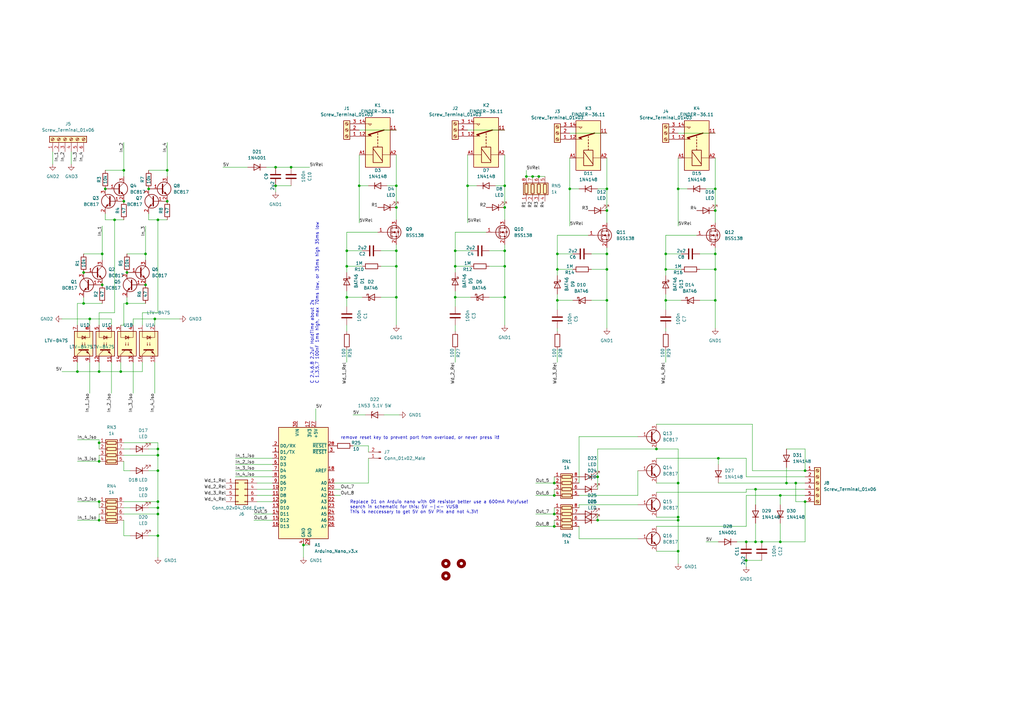
<source format=kicad_sch>
(kicad_sch (version 20211123) (generator eeschema)
  (paper "A3")
  (junction (at 309.88 222.25))
  (junction (at 293.37 110.49))
  (junction (at 278.13 77.47))
  (junction (at 207.01 109.22))
  (junction (at 207.01 102.87))
  (junction (at 46.99 90.17))
  (junction (at 50.8 82.55))
  (junction (at 49.53 152.4))
  (junction (at 64.77 219.71))
  (junction (at 43.18 77.47))
  (junction (at 142.24 102.87))
  (junction (at 228.6 110.49))
  (junction (at 330.2 205.74))
  (junction (at 293.37 77.47))
  (junction (at 64.77 205.74))
  (junction (at 218.44 72.39))
  (junction (at 215.9 72.39))
  (junction (at 31.75 152.4))
  (junction (at 68.58 69.85))
  (junction (at 306.07 229.87))
  (junction (at 147.32 76.2))
  (junction (at 64.77 90.17))
  (junction (at 227.33 210.82))
  (junction (at 64.77 186.69))
  (junction (at 64.77 193.04))
  (junction (at 306.07 222.25))
  (junction (at 228.6 104.14))
  (junction (at 248.92 110.49))
  (junction (at 227.33 215.9))
  (junction (at 40.64 189.23))
  (junction (at 50.8 69.85))
  (junction (at 41.91 116.84))
  (junction (at 64.77 210.82))
  (junction (at 273.05 104.14))
  (junction (at 162.56 102.87))
  (junction (at 293.37 86.36))
  (junction (at 142.24 121.92))
  (junction (at 278.13 212.09))
  (junction (at 34.29 111.76))
  (junction (at 119.38 68.58))
  (junction (at 220.98 72.39))
  (junction (at 113.03 76.2))
  (junction (at 248.92 123.19))
  (junction (at 59.69 104.14))
  (junction (at 320.04 222.25))
  (junction (at 320.04 203.2))
  (junction (at 162.56 109.22))
  (junction (at 191.77 76.2))
  (junction (at 60.96 77.47))
  (junction (at 273.05 110.49))
  (junction (at 233.68 77.47))
  (junction (at 245.11 195.58))
  (junction (at 64.77 208.28))
  (junction (at 124.46 223.52))
  (junction (at 186.69 102.87))
  (junction (at 186.69 121.92))
  (junction (at 322.58 198.12))
  (junction (at 40.64 213.36))
  (junction (at 162.56 76.2))
  (junction (at 40.64 152.4))
  (junction (at 326.39 198.12))
  (junction (at 142.24 109.22))
  (junction (at 278.13 213.36))
  (junction (at 269.24 184.15))
  (junction (at 68.58 82.55))
  (junction (at 207.01 85.09))
  (junction (at 52.07 111.76))
  (junction (at 186.69 109.22))
  (junction (at 330.2 193.04))
  (junction (at 113.03 68.58))
  (junction (at 248.92 77.47))
  (junction (at 248.92 86.36))
  (junction (at 36.83 130.81))
  (junction (at 207.01 121.92))
  (junction (at 63.5 130.81))
  (junction (at 59.69 116.84))
  (junction (at 52.07 124.46))
  (junction (at 40.64 205.74))
  (junction (at 64.77 184.15))
  (junction (at 312.42 222.25))
  (junction (at 227.33 203.2))
  (junction (at 273.05 123.19))
  (junction (at 41.91 104.14))
  (junction (at 228.6 123.19))
  (junction (at 245.11 213.36))
  (junction (at 34.29 124.46))
  (junction (at 293.37 123.19))
  (junction (at 293.37 104.14))
  (junction (at 207.01 76.2))
  (junction (at 227.33 198.12))
  (junction (at 309.88 200.66))
  (junction (at 294.64 187.96))
  (junction (at 162.56 85.09))
  (junction (at 248.92 104.14))
  (junction (at 40.64 181.61))
  (junction (at 162.56 121.92))
  (junction (at 278.13 226.06))
  (junction (at 278.13 198.12))
  (wire (pts (xy 46.99 128.27) (xy 46.99 90.17)))
  (wire (pts (xy 273.05 148.59) (xy 273.05 143.51)))
  (wire (pts (xy 269.24 212.09) (xy 278.13 212.09)))
  (wire (pts (xy 52.07 104.14) (xy 59.69 104.14)))
  (wire (pts (xy 306.07 203.2) (xy 320.04 203.2)))
  (wire (pts (xy 105.41 198.12) (xy 111.76 198.12)))
  (wire (pts (xy 294.64 187.96) (xy 306.07 187.96)))
  (wire (pts (xy 273.05 110.49) (xy 273.05 113.03)))
  (wire (pts (xy 207.01 76.2) (xy 207.01 85.09)))
  (wire (pts (xy 269.24 198.12) (xy 278.13 198.12)))
  (wire (pts (xy 162.56 100.33) (xy 162.56 102.87)))
  (wire (pts (xy 34.29 121.92) (xy 34.29 124.46)))
  (wire (pts (xy 64.77 184.15) (xy 64.77 181.61)))
  (wire (pts (xy 228.6 120.65) (xy 228.6 123.19)))
  (wire (pts (xy 50.8 181.61) (xy 64.77 181.61)))
  (wire (pts (xy 269.24 215.9) (xy 306.07 215.9)))
  (wire (pts (xy 31.75 180.34) (xy 40.64 180.34)))
  (wire (pts (xy 233.68 54.61) (xy 248.92 54.61)))
  (wire (pts (xy 49.53 133.35) (xy 50.8 133.35)))
  (wire (pts (xy 293.37 104.14) (xy 293.37 110.49)))
  (wire (pts (xy 294.64 198.12) (xy 322.58 198.12)))
  (wire (pts (xy 53.34 193.04) (xy 50.8 193.04)))
  (wire (pts (xy 50.8 208.28) (xy 53.34 208.28)))
  (wire (pts (xy 186.69 95.25) (xy 186.69 102.87)))
  (wire (pts (xy 31.75 124.46) (xy 34.29 124.46)))
  (wire (pts (xy 241.3 96.52) (xy 228.6 96.52)))
  (wire (pts (xy 186.69 135.89) (xy 186.69 133.35)))
  (wire (pts (xy 248.92 86.36) (xy 248.92 91.44)))
  (wire (pts (xy 193.04 109.22) (xy 186.69 109.22)))
  (wire (pts (xy 306.07 229.87) (xy 312.42 229.87)))
  (wire (pts (xy 137.16 198.12) (xy 151.13 198.12)))
  (wire (pts (xy 237.49 215.9) (xy 237.49 220.98)))
  (wire (pts (xy 287.02 110.49) (xy 293.37 110.49)))
  (wire (pts (xy 147.32 63.5) (xy 147.32 76.2)))
  (wire (pts (xy 50.8 219.71) (xy 53.34 219.71)))
  (wire (pts (xy 31.75 189.23) (xy 40.64 189.23)))
  (wire (pts (xy 109.22 68.58) (xy 113.03 68.58)))
  (wire (pts (xy 308.61 193.04) (xy 330.2 193.04)))
  (wire (pts (xy 144.78 182.88) (xy 151.13 182.88)))
  (wire (pts (xy 50.8 58.42) (xy 50.8 69.85)))
  (wire (pts (xy 309.88 207.01) (xy 309.88 200.66)))
  (wire (pts (xy 113.03 68.58) (xy 119.38 68.58)))
  (wire (pts (xy 207.01 121.92) (xy 207.01 133.35)))
  (wire (pts (xy 228.6 96.52) (xy 228.6 104.14)))
  (wire (pts (xy 186.69 121.92) (xy 186.69 125.73)))
  (wire (pts (xy 245.11 195.58) (xy 245.11 184.15)))
  (wire (pts (xy 191.77 53.34) (xy 207.01 53.34)))
  (wire (pts (xy 96.52 190.5) (xy 111.76 190.5)))
  (wire (pts (xy 148.59 121.92) (xy 142.24 121.92)))
  (wire (pts (xy 228.6 123.19) (xy 228.6 127)))
  (wire (pts (xy 269.24 201.93) (xy 306.07 201.93)))
  (wire (pts (xy 25.4 152.4) (xy 31.75 152.4)))
  (wire (pts (xy 147.32 76.2) (xy 151.13 76.2)))
  (wire (pts (xy 242.57 104.14) (xy 248.92 104.14)))
  (wire (pts (xy 43.18 69.85) (xy 50.8 69.85)))
  (wire (pts (xy 278.13 226.06) (xy 278.13 231.14)))
  (wire (pts (xy 207.01 85.09) (xy 207.01 90.17)))
  (wire (pts (xy 50.8 133.35) (xy 50.8 124.46)))
  (wire (pts (xy 306.07 201.93) (xy 306.07 200.66)))
  (wire (pts (xy 237.49 179.07) (xy 261.62 179.07)))
  (wire (pts (xy 237.49 220.98) (xy 261.62 220.98)))
  (wire (pts (xy 191.77 76.2) (xy 195.58 76.2)))
  (wire (pts (xy 326.39 198.12) (xy 326.39 205.74)))
  (wire (pts (xy 293.37 101.6) (xy 293.37 104.14)))
  (wire (pts (xy 129.54 167.64) (xy 129.54 172.72)))
  (wire (pts (xy 245.11 210.82) (xy 245.11 213.36)))
  (wire (pts (xy 273.05 123.19) (xy 273.05 127)))
  (wire (pts (xy 242.57 123.19) (xy 248.92 123.19)))
  (wire (pts (xy 320.04 203.2) (xy 330.2 203.2)))
  (wire (pts (xy 207.01 63.5) (xy 207.01 76.2)))
  (wire (pts (xy 162.56 63.5) (xy 162.56 76.2)))
  (wire (pts (xy 142.24 109.22) (xy 142.24 111.76)))
  (wire (pts (xy 50.8 213.36) (xy 50.8 219.71)))
  (wire (pts (xy 43.18 87.63) (xy 43.18 90.17)))
  (wire (pts (xy 50.8 205.74) (xy 64.77 205.74)))
  (wire (pts (xy 64.77 219.71) (xy 64.77 228.6)))
  (wire (pts (xy 50.8 69.85) (xy 50.8 72.39)))
  (wire (pts (xy 309.88 200.66) (xy 330.2 200.66)))
  (wire (pts (xy 64.77 128.27) (xy 64.77 90.17)))
  (wire (pts (xy 207.01 102.87) (xy 207.01 109.22)))
  (wire (pts (xy 273.05 104.14) (xy 273.05 110.49)))
  (wire (pts (xy 60.96 208.28) (xy 64.77 208.28)))
  (wire (pts (xy 193.04 121.92) (xy 186.69 121.92)))
  (wire (pts (xy 105.41 203.2) (xy 111.76 203.2)))
  (wire (pts (xy 294.64 187.96) (xy 294.64 190.5)))
  (wire (pts (xy 64.77 193.04) (xy 64.77 186.69)))
  (wire (pts (xy 219.71 198.12) (xy 227.33 198.12)))
  (wire (pts (xy 162.56 121.92) (xy 162.56 133.35)))
  (wire (pts (xy 228.6 104.14) (xy 228.6 110.49)))
  (wire (pts (xy 50.8 124.46) (xy 52.07 124.46)))
  (wire (pts (xy 237.49 179.07) (xy 237.49 198.12)))
  (wire (pts (xy 104.14 210.82) (xy 111.76 210.82)))
  (wire (pts (xy 306.07 187.96) (xy 306.07 195.58)))
  (wire (pts (xy 322.58 184.15) (xy 330.2 184.15)))
  (wire (pts (xy 200.66 121.92) (xy 207.01 121.92)))
  (wire (pts (xy 142.24 119.38) (xy 142.24 121.92)))
  (wire (pts (xy 68.58 69.85) (xy 68.58 72.39)))
  (wire (pts (xy 34.29 104.14) (xy 41.91 104.14)))
  (wire (pts (xy 330.2 198.12) (xy 326.39 198.12)))
  (wire (pts (xy 273.05 120.65) (xy 273.05 123.19)))
  (wire (pts (xy 233.68 64.77) (xy 233.68 77.47)))
  (wire (pts (xy 191.77 76.2) (xy 191.77 91.44)))
  (wire (pts (xy 293.37 64.77) (xy 293.37 77.47)))
  (wire (pts (xy 58.42 152.4) (xy 58.42 148.59)))
  (wire (pts (xy 162.56 109.22) (xy 162.56 121.92)))
  (wire (pts (xy 287.02 123.19) (xy 293.37 123.19)))
  (wire (pts (xy 45.72 148.59) (xy 45.72 161.29)))
  (wire (pts (xy 40.64 152.4) (xy 49.53 152.4)))
  (wire (pts (xy 278.13 213.36) (xy 278.13 226.06)))
  (wire (pts (xy 64.77 90.17) (xy 68.58 90.17)))
  (wire (pts (xy 50.8 193.04) (xy 50.8 189.23)))
  (wire (pts (xy 293.37 86.36) (xy 293.37 91.44)))
  (wire (pts (xy 147.32 53.34) (xy 162.56 53.34)))
  (wire (pts (xy 186.69 119.38) (xy 186.69 121.92)))
  (wire (pts (xy 228.6 110.49) (xy 228.6 113.03)))
  (wire (pts (xy 104.14 213.36) (xy 111.76 213.36)))
  (wire (pts (xy 154.94 95.25) (xy 142.24 95.25)))
  (wire (pts (xy 293.37 77.47) (xy 289.56 77.47)))
  (wire (pts (xy 228.6 148.59) (xy 228.6 143.51)))
  (wire (pts (xy 306.07 222.25) (xy 309.88 222.25)))
  (wire (pts (xy 151.13 182.88) (xy 151.13 185.42)))
  (wire (pts (xy 234.95 110.49) (xy 228.6 110.49)))
  (wire (pts (xy 60.96 193.04) (xy 64.77 193.04)))
  (wire (pts (xy 40.64 148.59) (xy 40.64 152.4)))
  (wire (pts (xy 245.11 184.15) (xy 269.24 184.15)))
  (wire (pts (xy 273.05 96.52) (xy 273.05 104.14)))
  (wire (pts (xy 43.18 90.17) (xy 46.99 90.17)))
  (wire (pts (xy 233.68 77.47) (xy 233.68 92.71)))
  (wire (pts (xy 279.4 123.19) (xy 273.05 123.19)))
  (wire (pts (xy 73.66 130.81) (xy 63.5 130.81)))
  (wire (pts (xy 326.39 205.74) (xy 330.2 205.74)))
  (wire (pts (xy 91.44 68.58) (xy 101.6 68.58)))
  (wire (pts (xy 137.16 200.66) (xy 139.7 200.66)))
  (wire (pts (xy 142.24 95.25) (xy 142.24 102.87)))
  (wire (pts (xy 306.07 229.87) (xy 306.07 232.41)))
  (wire (pts (xy 124.46 223.52) (xy 127 223.52)))
  (wire (pts (xy 40.64 186.69) (xy 40.64 189.23)))
  (wire (pts (xy 248.92 104.14) (xy 248.92 110.49)))
  (wire (pts (xy 60.96 87.63) (xy 60.96 90.17)))
  (wire (pts (xy 60.96 219.71) (xy 64.77 219.71)))
  (wire (pts (xy 162.56 102.87) (xy 162.56 109.22)))
  (wire (pts (xy 261.62 203.2) (xy 261.62 193.04)))
  (wire (pts (xy 227.33 208.28) (xy 227.33 210.82)))
  (wire (pts (xy 157.48 170.18) (xy 163.83 170.18)))
  (wire (pts (xy 59.69 104.14) (xy 59.69 106.68)))
  (wire (pts (xy 207.01 109.22) (xy 207.01 121.92)))
  (wire (pts (xy 96.52 195.58) (xy 111.76 195.58)))
  (wire (pts (xy 278.13 184.15) (xy 278.13 198.12)))
  (wire (pts (xy 60.96 69.85) (xy 68.58 69.85)))
  (wire (pts (xy 273.05 135.89) (xy 273.05 134.62)))
  (wire (pts (xy 41.91 92.71) (xy 41.91 104.14)))
  (wire (pts (xy 96.52 187.96) (xy 111.76 187.96)))
  (wire (pts (xy 142.24 135.89) (xy 142.24 133.35)))
  (wire (pts (xy 142.24 121.92) (xy 142.24 125.73)))
  (wire (pts (xy 148.59 102.87) (xy 142.24 102.87)))
  (wire (pts (xy 322.58 191.77) (xy 322.58 198.12)))
  (wire (pts (xy 50.8 186.69) (xy 64.77 186.69)))
  (wire (pts (xy 261.62 207.01) (xy 237.49 207.01)))
  (wire (pts (xy 248.92 77.47) (xy 248.92 86.36)))
  (wire (pts (xy 156.21 102.87) (xy 162.56 102.87)))
  (wire (pts (xy 287.02 104.14) (xy 293.37 104.14)))
  (wire (pts (xy 49.53 148.59) (xy 49.53 152.4)))
  (wire (pts (xy 113.03 76.2) (xy 113.03 78.74)))
  (wire (pts (xy 59.69 92.71) (xy 59.69 104.14)))
  (wire (pts (xy 50.8 184.15) (xy 53.34 184.15)))
  (wire (pts (xy 269.24 184.15) (xy 278.13 184.15)))
  (wire (pts (xy 63.5 148.59) (xy 63.5 161.29)))
  (wire (pts (xy 162.56 85.09) (xy 162.56 90.17)))
  (wire (pts (xy 31.75 213.36) (xy 40.64 213.36)))
  (wire (pts (xy 40.64 210.82) (xy 40.64 213.36)))
  (wire (pts (xy 186.69 102.87) (xy 186.69 109.22)))
  (wire (pts (xy 147.32 76.2) (xy 147.32 91.44)))
  (wire (pts (xy 64.77 184.15) (xy 64.77 186.69)))
  (wire (pts (xy 302.26 222.25) (xy 306.07 222.25)))
  (wire (pts (xy 36.83 130.81) (xy 25.4 130.81)))
  (wire (pts (xy 186.69 148.59) (xy 186.69 143.51)))
  (wire (pts (xy 293.37 123.19) (xy 293.37 134.62)))
  (wire (pts (xy 248.92 77.47) (xy 245.11 77.47)))
  (wire (pts (xy 156.21 121.92) (xy 162.56 121.92)))
  (wire (pts (xy 207.01 76.2) (xy 203.2 76.2)))
  (wire (pts (xy 220.98 72.39) (xy 223.52 72.39)))
  (wire (pts (xy 279.4 110.49) (xy 273.05 110.49)))
  (wire (pts (xy 64.77 205.74) (xy 64.77 193.04)))
  (wire (pts (xy 31.75 133.35) (xy 31.75 124.46)))
  (wire (pts (xy 142.24 148.59) (xy 142.24 143.51)))
  (wire (pts (xy 40.64 128.27) (xy 46.99 128.27)))
  (wire (pts (xy 41.91 104.14) (xy 41.91 106.68)))
  (wire (pts (xy 237.49 207.01) (xy 237.49 208.28)))
  (wire (pts (xy 278.13 226.06) (xy 269.24 226.06)))
  (wire (pts (xy 68.58 58.42) (xy 68.58 69.85)))
  (wire (pts (xy 278.13 212.09) (xy 278.13 213.36)))
  (wire (pts (xy 245.11 213.36) (xy 278.13 213.36)))
  (wire (pts (xy 96.52 193.04) (xy 111.76 193.04)))
  (wire (pts (xy 52.07 121.92) (xy 52.07 124.46)))
  (wire (pts (xy 269.24 187.96) (xy 294.64 187.96)))
  (wire (pts (xy 63.5 130.81) (xy 63.5 133.35)))
  (wire (pts (xy 278.13 198.12) (xy 278.13 212.09)))
  (wire (pts (xy 233.68 77.47) (xy 237.49 77.47)))
  (wire (pts (xy 278.13 64.77) (xy 278.13 77.47)))
  (wire (pts (xy 219.71 210.82) (xy 227.33 210.82)))
  (wire (pts (xy 242.57 110.49) (xy 248.92 110.49)))
  (wire (pts (xy 227.33 195.58) (xy 227.33 198.12)))
  (wire (pts (xy 269.24 173.99) (xy 308.61 173.99)))
  (wire (pts (xy 322.58 198.12) (xy 326.39 198.12)))
  (wire (pts (xy 64.77 208.28) (xy 64.77 210.82)))
  (wire (pts (xy 248.92 64.77) (xy 248.92 77.47)))
  (wire (pts (xy 137.16 203.2) (xy 139.7 203.2)))
  (wire (pts (xy 156.21 109.22) (xy 162.56 109.22)))
  (wire (pts (xy 31.75 205.74) (xy 40.64 205.74)))
  (wire (pts (xy 219.71 215.9) (xy 227.33 215.9)))
  (wire (pts (xy 306.07 215.9) (xy 306.07 203.2)))
  (wire (pts (xy 162.56 76.2) (xy 162.56 85.09)))
  (wire (pts (xy 45.72 130.81) (xy 45.72 133.35)))
  (wire (pts (xy 54.61 130.81) (xy 54.61 133.35)))
  (wire (pts (xy 119.38 68.58) (xy 127 68.58)))
  (wire (pts (xy 215.9 69.85) (xy 215.9 72.39)))
  (wire (pts (xy 293.37 110.49) (xy 293.37 123.19)))
  (wire (pts (xy 330.2 222.25) (xy 330.2 205.74)))
  (wire (pts (xy 193.04 102.87) (xy 186.69 102.87)))
  (wire (pts (xy 142.24 102.87) (xy 142.24 109.22)))
  (wire (pts (xy 124.46 223.52) (xy 124.46 228.6)))
  (wire (pts (xy 64.77 205.74) (xy 64.77 208.28)))
  (wire (pts (xy 40.64 133.35) (xy 40.64 128.27)))
  (wire (pts (xy 227.33 213.36) (xy 227.33 215.9)))
  (wire (pts (xy 245.11 195.58) (xy 245.11 200.66)))
  (wire (pts (xy 148.59 109.22) (xy 142.24 109.22)))
  (wire (pts (xy 105.41 200.66) (xy 111.76 200.66)))
  (wire (pts (xy 237.49 203.2) (xy 261.62 203.2)))
  (wire (pts (xy 320.04 222.25) (xy 330.2 222.25)))
  (wire (pts (xy 293.37 77.47) (xy 293.37 86.36)))
  (wire (pts (xy 278.13 77.47) (xy 281.94 77.47)))
  (wire (pts (xy 219.71 203.2) (xy 227.33 203.2)))
  (wire (pts (xy 63.5 130.81) (xy 54.61 130.81)))
  (wire (pts (xy 248.92 110.49) (xy 248.92 123.19)))
  (wire (pts (xy 21.59 62.23) (xy 21.59 67.31)))
  (wire (pts (xy 330.2 184.15) (xy 330.2 193.04)))
  (wire (pts (xy 320.04 207.01) (xy 320.04 203.2)))
  (wire (pts (xy 215.9 72.39) (xy 218.44 72.39)))
  (wire (pts (xy 308.61 173.99) (xy 308.61 193.04)))
  (wire (pts (xy 248.92 101.6) (xy 248.92 104.14)))
  (wire (pts (xy 105.41 205.74) (xy 111.76 205.74)))
  (wire (pts (xy 31.75 152.4) (xy 40.64 152.4)))
  (wire (pts (xy 36.83 130.81) (xy 36.83 133.35)))
  (wire (pts (xy 278.13 77.47) (xy 278.13 92.71)))
  (wire (pts (xy 36.83 148.59) (xy 36.83 161.29)))
  (wire (pts (xy 64.77 210.82) (xy 64.77 219.71)))
  (wire (pts (xy 60.96 184.15) (xy 64.77 184.15)))
  (wire (pts (xy 191.77 63.5) (xy 191.77 76.2)))
  (wire (pts (xy 309.88 214.63) (xy 309.88 222.25)))
  (wire (pts (xy 58.42 133.35) (xy 58.42 128.27)))
  (wire (pts (xy 200.66 102.87) (xy 207.01 102.87)))
  (wire (pts (xy 46.99 90.17) (xy 50.8 90.17)))
  (wire (pts (xy 309.88 222.25) (xy 312.42 222.25)))
  (wire (pts (xy 49.53 152.4) (xy 58.42 152.4)))
  (wire (pts (xy 218.44 72.39) (xy 220.98 72.39)))
  (wire (pts (xy 320.04 214.63) (xy 320.04 222.25)))
  (wire (pts (xy 248.92 123.19) (xy 248.92 134.62)))
  (wire (pts (xy 144.78 170.18) (xy 149.86 170.18)))
  (wire (pts (xy 312.42 222.25) (xy 320.04 222.25)))
  (wire (pts (xy 199.39 95.25) (xy 186.69 95.25)))
  (wire (pts (xy 40.64 180.34) (xy 40.64 181.61)))
  (wire (pts (xy 58.42 128.27) (xy 64.77 128.27)))
  (wire (pts (xy 151.13 187.96) (xy 151.13 198.12)))
  (wire (pts (xy 113.03 76.2) (xy 119.38 76.2)))
  (wire (pts (xy 207.01 100.33) (xy 207.01 102.87)))
  (wire (pts (xy 228.6 135.89) (xy 228.6 134.62)))
  (wire (pts (xy 34.29 124.46) (xy 41.91 124.46)))
  (wire (pts (xy 234.95 123.19) (xy 228.6 123.19)))
  (wire (pts (xy 54.61 148.59) (xy 54.61 161.29)))
  (wire (pts (xy 285.75 96.52) (xy 273.05 96.52)))
  (wire (pts (xy 279.4 104.14) (xy 273.05 104.14)))
  (wire (pts (xy 52.07 124.46) (xy 59.69 124.46)))
  (wire (pts (xy 40.64 181.61) (xy 40.64 184.15)))
  (wire (pts (xy 234.95 104.14) (xy 228.6 104.14)))
  (wire (pts (xy 200.66 109.22) (xy 207.01 109.22)))
  (wire (pts (xy 227.33 200.66) (xy 227.33 203.2)))
  (wire (pts (xy 40.64 205.74) (xy 40.64 208.28)))
  (wire (pts (xy 278.13 54.61) (xy 293.37 54.61)))
  (wire (pts (xy 306.07 200.66) (xy 309.88 200.66)))
  (wire (pts (xy 162.56 76.2) (xy 158.75 76.2)))
  (wire (pts (xy 45.72 130.81) (xy 36.83 130.81)))
  (wire (pts (xy 29.21 67.31) (xy 29.21 62.23)))
  (wire (pts (xy 186.69 109.22) (xy 186.69 111.76)))
  (wire (pts (xy 289.56 222.25) (xy 294.64 222.25)))
  (wire (pts (xy 60.96 90.17) (xy 64.77 90.17)))
  (wire (pts (xy 306.07 195.58) (xy 330.2 195.58)))
  (wire (pts (xy 50.8 210.82) (xy 64.77 210.82)))
  (wire (pts (xy 31.75 148.59) (xy 31.75 152.4)))
  (text "C 2,4,6,8 2.2uF HoldTime about 2s\nC 1,3,5,7 100nF 1ms high, max 70ms low, or 35ms high 35ms low" (at 130.81 157.48 90) (effects (font (size 1.27 1.27)) (justify left bottom)))
  (text "Replace D1 on Arduio nano with 0R resistor better use a 600mA Polyfuse!\nsearch in schematic for this: 5V -|<- VUSB\nThis is neccessary to get 5V on 5V Pin and not 4.3V!" (at 143.51 210.82 0) (effects (font (size 1.27 1.27)) (justify left bottom)))
  (text "remove reset key to prevent port from overload, or never press it!" (at 139.7 180.34 0) (effects (font (size 1.27 1.27)) (justify left bottom)))
  (label "R2" (at 218.44 82.55 270))
  (label "In_2_iso" (at 31.75 205.74 0))
  (label "In_4_iso" (at 31.75 180.34 0))
  (label "5V" (at 129.54 167.64 0))
  (label "Out_5" (at 104.14 210.82 0))
  (label "Wd_3_Rel" (at 228.6 148.59 270))
  (label "5VRel" (at 127 68.58 0))
  (label "In_4_iso" (at 96.52 195.58 0))
  (label "Out_8" (at 139.7 203.2 0))
  (label "In_2" (at 26.67 62.23 270))
  (label "In_4" (at 34.29 62.23 270))
  (label "In_1" (at 24.13 62.23 270))
  (label "Out_7" (at 139.7 200.66 0))
  (label "Wd_1_Rel" (at 92.71 198.12 180))
  (label "5VRel" (at 215.9 69.85 0))
  (label "Wd_2_Rel" (at 186.69 148.59 270))
  (label "In_1" (at 41.91 92.71 270))
  (label "5V" (at 289.56 222.25 0))
  (label "In_2_iso" (at 45.72 161.29 270))
  (label "In_1_iso" (at 31.75 213.36 0))
  (label "In_1_iso" (at 36.83 161.29 270))
  (label "R4" (at 285.75 86.36 180))
  (label "In_2" (at 50.8 58.42 270))
  (label "R3" (at 220.98 82.55 270))
  (label "R1" (at 215.9 82.55 270))
  (label "5V" (at 25.4 152.4 180))
  (label "In_3_iso" (at 31.75 189.23 0))
  (label "In_3" (at 31.75 62.23 270))
  (label "5VRel" (at 191.77 91.44 0))
  (label "In_3" (at 59.69 92.71 270))
  (label "5V" (at 144.78 170.18 0))
  (label "Wd_4_Rel" (at 273.05 148.59 270))
  (label "Wd_2_Rel" (at 92.71 200.66 180))
  (label "Out_6" (at 219.71 203.2 0))
  (label "Wd_3_Rel" (at 92.71 203.2 180))
  (label "Out_8" (at 219.71 215.9 0))
  (label "In_2_iso" (at 96.52 190.5 0))
  (label "Out_6" (at 104.14 213.36 0))
  (label "5VRel" (at 147.32 91.44 0))
  (label "Wd_4_Rel" (at 92.71 205.74 180))
  (label "In_1_iso" (at 96.52 187.96 0))
  (label "R3" (at 241.3 86.36 180))
  (label "R1" (at 154.94 85.09 180))
  (label "In_3_iso" (at 54.61 161.29 270))
  (label "R4" (at 223.52 82.55 270))
  (label "Out_5" (at 219.71 198.12 0))
  (label "In_4" (at 68.58 58.42 270))
  (label "In_3_iso" (at 96.52 193.04 0))
  (label "Out_7" (at 219.71 210.82 0))
  (label "5V" (at 91.44 68.58 0))
  (label "R2" (at 199.39 85.09 180))
  (label "In_4_iso" (at 63.5 161.29 270))
  (label "5VRel" (at 233.68 92.71 0))
  (label "5VRel" (at 278.13 92.71 0))
  (label "Wd_1_Rel" (at 142.24 148.59 270))
  (symbol (lib_id "Device:R") (at 140.97 182.88 90) (unit 1)
    (property "Reference" "R25" (at 146.05 181.61 90))
    (property "Value" "10" (at 146.05 184.15 90))
    (property "Footprint" "Resistor_SMD:R_0603_1608Metric" (effects hide))
  )
  (symbol (lib_id "Device:R") (at 59.69 120.65 180) (unit 1)
    (property "Reference" "R6" (at 57.15 120.65 90))
    (property "Value" "47" (at 59.69 120.65 90))
    (property "Footprint" "Resistor_SMD:R_0603_1608Metric" (effects hide))
  )
  (symbol (lib_id "Connector:Screw_Terminal_01x06") (at 26.67 57.15 90) (unit 1)
    (property "Reference" "J5" (at 27.94 50.8 90))
    (property "Value" "Screw_Terminal_01x06" (at 27.94 53.34 90))
    (property "Footprint" "TerminalBlock:TerminalBlock_bornier-6_P5.08mm" (effects hide))
  )
  (symbol (lib_id "power:GND3") (at 29.21 67.31 0) (unit 1)
    (property "Reference" "#PWR07" (effects hide))
    (property "Value" "GND3" (at 26.67 72.39 0) (effects (justify left)))
  )
  (symbol (lib_id "Connector:Conn_01x02_Male") (at 156.21 187.96 180) (unit 1)
    (property "Reference" "J7" (at 157.48 185.4199 0) (effects (justify right)))
    (property "Value" "Conn_01x02_Male" (at 157.48 187.9599 0) (effects (justify right)))
    (property "Footprint" "Connector_PinHeader_2.54mm:PinHeader_1x02_P2.54mm_Vertical" (effects hide))
  )
  (symbol (lib_id "Device:R_Pack04") (at 45.72 186.69 270) (unit 1)
    (property "Reference" "RN3" (at 45.72 175.26 90))
    (property "Value" "1k" (at 45.72 177.8 90))
    (property "Footprint" "Resistor_SMD:R_Array_Convex_4x0612" (effects hide))
  )
  (symbol (lib_id "Transistor_BJT:BC817") (at 45.72 82.55 0) (mirror y) (unit 1)
    (property "Reference" "Q3" (at 40.64 81.2799 0) (effects (justify left)))
    (property "Value" "BC817" (at 40.64 83.8199 0) (effects (justify left)))
    (property "Footprint" "Package_TO_SOT_SMD:SOT-23" (effects hide))
    (property "Datasheet" "https://www.onsemi.com/pub/Collateral/BC818-D.pdf" (effects hide))
  )
  (symbol (lib_id "Device:R") (at 50.8 86.36 180) (unit 1)
    (property "Reference" "R4" (at 48.26 86.36 90))
    (property "Value" "47" (at 50.8 86.36 90))
    (property "Footprint" "Resistor_SMD:R_0603_1608Metric" (effects hide))
  )
  (symbol (lib_id "Diode:BAT46") (at 228.6 116.84 270) (unit 1)
    (property "Reference" "D9" (at 234.95 116.5225 0))
    (property "Value" "BAT46" (at 232.41 116.5225 0))
    (property "Footprint" "Diode_SMD:D_SOD-123" (effects hide))
    (property "Datasheet" "http://www.vishay.com/docs/85662/bat46.pdf" (effects hide))
  )
  (symbol (lib_id "Device:R") (at 41.91 120.65 180) (unit 1)
    (property "Reference" "R2" (at 39.37 120.65 90))
    (property "Value" "47" (at 41.91 120.65 90))
    (property "Footprint" "Resistor_SMD:R_0603_1608Metric" (effects hide))
  )
  (symbol (lib_id "Device:C") (at 142.24 129.54 0) (unit 1)
    (property "Reference" "C1" (at 149.86 129.54 90))
    (property "Value" "100n" (at 147.32 129.54 90))
    (property "Footprint" "Capacitor_SMD:C_0603_1608Metric" (effects hide))
  )
  (symbol (lib_id "power:GND1") (at 207.01 133.35 0) (unit 1)
    (property "Reference" "#PWR02" (effects hide))
    (property "Value" "GND1" (at 207.01 138.43 0))
  )
  (symbol (lib_id "Connector_Generic:Conn_02x04_Odd_Even") (at 97.79 200.66 0) (unit 1)
    (property "Reference" "J6" (at 99.06 210.82 0))
    (property "Value" "Conn_02x04_Odd_Even" (at 97.79 208.28 0))
    (property "Footprint" "Connector_PinHeader_2.54mm:PinHeader_2x04_P2.54mm_Vertical" (effects hide))
  )
  (symbol (lib_id "Device:LED") (at 158.75 85.09 180) (unit 1)
    (property "Reference" "D4" (at 160.3375 77.47 0))
    (property "Value" "LED" (at 160.3375 80.01 0))
    (property "Footprint" "LED_SMD:LED_0603_1608Metric" (effects hide))
  )
  (symbol (lib_id "power:GND1") (at 306.07 232.41 0) (unit 1)
    (property "Reference" "#PWR017" (effects hide))
    (property "Value" "GND1" (at 306.07 237.49 0))
  )
  (symbol (lib_id "Device:C") (at 283.21 104.14 90) (unit 1)
    (property "Reference" "C8" (at 279.4 105.41 90))
    (property "Value" "2u2" (at 279.4 102.87 90))
    (property "Footprint" "Capacitor_SMD:C_0603_1608Metric" (effects hide))
  )
  (symbol (lib_id "Diode:1N4148") (at 309.88 210.82 90) (unit 1)
    (property "Reference" "D29" (at 312.42 209.5499 90) (effects (justify right)))
    (property "Value" "1N4148" (at 312.42 212.0899 90) (effects (justify right)))
    (property "Footprint" "Diode_SMD:D_MiniMELF" (effects hide))
    (property "Datasheet" "https://assets.nexperia.com/documents/data-sheet/1N4148_1N4448.pdf" (effects hide))
  )
  (symbol (lib_id "Isolator:LTV-847S") (at 52.07 140.97 90) (mirror x) (unit 2)
    (property "Reference" "U1" (at 54.61 133.35 90) (effects (justify left)))
    (property "Value" "LTV-847S" (at 46.99 142.2399 90) (effects (justify left)))
    (property "Footprint" "Package_DIP:SMDIP-16_W9.53mm" (effects hide))
    (property "Datasheet" "http://www.us.liteon.com/downloads/LTV-817-827-847.PDF" (effects hide))
  )
  (symbol (lib_id "Diode:BAT46") (at 142.24 115.57 270) (unit 1)
    (property "Reference" "D1" (at 148.59 115.2525 0))
    (property "Value" "BAT46" (at 146.05 115.2525 0))
    (property "Footprint" "Diode_SMD:D_SOD-123" (effects hide))
    (property "Datasheet" "http://www.vishay.com/docs/85662/bat46.pdf" (effects hide))
  )
  (symbol (lib_id "Transistor_BJT:BC817") (at 54.61 116.84 0) (mirror y) (unit 1)
    (property "Reference" "Q5" (at 49.53 115.5699 0) (effects (justify left)))
    (property "Value" "BC817" (at 49.53 118.1099 0) (effects (justify left)))
    (property "Footprint" "Package_TO_SOT_SMD:SOT-23" (effects hide))
    (property "Datasheet" "https://www.onsemi.com/pub/Collateral/BC818-D.pdf" (effects hide))
  )
  (symbol (lib_id "Transistor_BJT:BC817") (at 57.15 111.76 0) (unit 1)
    (property "Reference" "Q6" (at 62.23 110.4899 0) (effects (justify left)))
    (property "Value" "BC817" (at 62.23 113.0299 0) (effects (justify left)))
    (property "Footprint" "Package_TO_SOT_SMD:SOT-23" (effects hide))
    (property "Datasheet" "https://www.onsemi.com/pub/Collateral/BC818-D.pdf" (effects hide))
  )
  (symbol (lib_id "power:GND1") (at 113.03 78.74 0) (unit 1)
    (property "Reference" "#PWR013" (effects hide))
    (property "Value" "GND1" (at 113.03 83.82 0))
  )
  (symbol (lib_id "Transistor_FET:BSS138") (at 290.83 96.52 0) (unit 1)
    (property "Reference" "Q12" (at 297.18 95.2499 0) (effects (justify left)))
    (property "Value" "BSS138" (at 297.18 97.7899 0) (effects (justify left)))
    (property "Footprint" "Package_TO_SOT_SMD:SOT-23" (effects hide))
    (property "Datasheet" "https://www.onsemi.com/pub/Collateral/BSS138-D.PDF" (effects hide))
  )
  (symbol (lib_id "Device:C") (at 273.05 130.81 0) (unit 1)
    (property "Reference" "C7" (at 280.67 130.81 90))
    (property "Value" "100n" (at 278.13 130.81 90))
    (property "Footprint" "Capacitor_SMD:C_0603_1608Metric" (effects hide))
  )
  (symbol (lib_id "Device:LED") (at 241.3 210.82 180) (unit 1)
    (property "Reference" "D25" (at 242.8875 203.2 0))
    (property "Value" "LED" (at 242.8875 205.74 0))
    (property "Footprint" "LED_SMD:LED_0603_1608Metric" (effects hide))
  )
  (symbol (lib_id "Device:C") (at 312.42 226.06 0) (unit 1)
    (property "Reference" "C12" (at 320.04 226.06 90))
    (property "Value" "100n" (at 317.5 226.06 90))
    (property "Footprint" "Capacitor_SMD:C_0603_1608Metric" (effects hide))
  )
  (symbol (lib_id "Device:LED") (at 241.3 200.66 180) (unit 1)
    (property "Reference" "D24" (at 242.8875 193.04 0))
    (property "Value" "LED" (at 242.8875 195.58 0))
    (property "Footprint" "LED_SMD:LED_0603_1608Metric" (effects hide))
  )
  (symbol (lib_id "Device:R") (at 186.69 139.7 0) (unit 1)
    (property "Reference" "R27" (at 187.96 144.78 90))
    (property "Value" "100" (at 185.42 144.78 90))
    (property "Footprint" "Resistor_SMD:R_0603_1608Metric" (effects hide))
  )
  (symbol (lib_id "Transistor_FET:BSS138") (at 160.02 95.25 0) (unit 1)
    (property "Reference" "Q9" (at 166.37 93.9799 0) (effects (justify left)))
    (property "Value" "BSS138" (at 166.37 96.5199 0) (effects (justify left)))
    (property "Footprint" "Package_TO_SOT_SMD:SOT-23" (effects hide))
    (property "Datasheet" "https://www.onsemi.com/pub/Collateral/BSS138-D.PDF" (effects hide))
  )
  (symbol (lib_id "Device:C") (at 113.03 72.39 180) (unit 1)
    (property "Reference" "C9" (at 109.22 72.39 90))
    (property "Value" "2u2" (at 111.76 76.2 90))
    (property "Footprint" "Capacitor_SMD:C_0603_1608Metric" (effects hide))
  )
  (symbol (lib_id "Device:LED") (at 57.15 193.04 180) (unit 1)
    (property "Reference" "D18" (at 54.61 196.85 0))
    (property "Value" "LED" (at 58.7375 196.85 0))
    (property "Footprint" "LED_SMD:LED_0603_1608Metric" (effects hide))
  )
  (symbol (lib_id "Diode:1N4148") (at 285.75 77.47 0) (unit 1)
    (property "Reference" "D15" (at 285.75 71.12 0))
    (property "Value" "1N4148" (at 285.75 73.66 0))
    (property "Footprint" "Diode_SMD:D_MiniMELF" (effects hide))
    (property "Datasheet" "https://assets.nexperia.com/documents/data-sheet/1N4148_1N4448.pdf" (effects hide))
  )
  (symbol (lib_id "Device:LED") (at 57.15 184.15 180) (unit 1)
    (property "Reference" "D17" (at 58.7375 176.53 0))
    (property "Value" "LED" (at 58.7375 179.07 0))
    (property "Footprint" "LED_SMD:LED_0603_1608Metric" (effects hide))
  )
  (symbol (lib_id "Device:LED") (at 241.3 213.36 180) (unit 1)
    (property "Reference" "D26" (at 242.8875 205.74 0))
    (property "Value" "LED" (at 242.8875 208.28 0))
    (property "Footprint" "LED_SMD:LED_0603_1608Metric" (effects hide))
  )
  (symbol (lib_id "Device:LED") (at 245.11 86.36 180) (unit 1)
    (property "Reference" "D12" (at 246.6975 78.74 0))
    (property "Value" "LED" (at 246.6975 81.28 0))
    (property "Footprint" "LED_SMD:LED_0603_1608Metric" (effects hide))
  )
  (symbol (lib_id "Isolator:LTV-847S") (at 43.18 140.97 90) (mirror x) (unit 3)
    (property "Reference" "U1" (at 45.72 133.35 90) (effects (justify left)))
    (property "Value" "LTV-847S" (at 38.1 142.2399 90) (effects (justify left)))
    (property "Footprint" "Package_DIP:SMDIP-16_W9.53mm" (effects hide))
    (property "Datasheet" "http://www.us.liteon.com/downloads/LTV-817-827-847.PDF" (effects hide))
  )
  (symbol (lib_id "Device:R") (at 196.85 109.22 270) (unit 1)
    (property "Reference" "R12" (at 191.77 110.49 90))
    (property "Value" "1M" (at 191.77 107.95 90))
    (property "Footprint" "Resistor_SMD:R_0603_1608Metric" (effects hide))
  )
  (symbol (lib_id "power:GND1") (at 64.77 228.6 0) (unit 1)
    (property "Reference" "#PWR0101" (effects hide))
    (property "Value" "GND1" (at 67.31 229.8699 0) (effects (justify left)))
  )
  (symbol (lib_id "Connector:Screw_Terminal_01x03") (at 142.24 53.34 180) (unit 1)
    (property "Reference" "J1" (at 142.24 44.45 0))
    (property "Value" "Screw_Terminal_01x03" (at 142.24 46.99 0))
    (property "Footprint" "TerminalBlock:TerminalBlock_bornier-3_P5.08mm" (effects hide))
  )
  (symbol (lib_id "Device:C") (at 119.38 72.39 0) (unit 1)
    (property "Reference" "C10" (at 127 72.39 90))
    (property "Value" "100n" (at 124.46 72.39 90))
    (property "Footprint" "Capacitor_SMD:C_0603_1608Metric" (effects hide))
  )
  (symbol (lib_id "Device:R") (at 228.6 139.7 0) (unit 1)
    (property "Reference" "R28" (at 229.87 144.78 90))
    (property "Value" "100" (at 227.33 144.78 90))
    (property "Footprint" "Resistor_SMD:R_0603_1608Metric" (effects hide))
  )
  (symbol (lib_id "Transistor_BJT:BC817") (at 63.5 82.55 0) (mirror y) (unit 1)
    (property "Reference" "Q7" (at 58.42 81.2799 0) (effects (justify left)))
    (property "Value" "BC817" (at 58.42 83.8199 0) (effects (justify left)))
    (property "Footprint" "Package_TO_SOT_SMD:SOT-23" (effects hide))
    (property "Datasheet" "https://www.onsemi.com/pub/Collateral/BC818-D.pdf" (effects hide))
  )
  (symbol (lib_id "Mechanical:MountingHole") (at 189.23 231.14 0) (unit 1)
    (property "Reference" "H3" (effects hide))
    (property "Value" "MountingHole" (effects hide))
    (property "Footprint" "MountingHole:MountingHole_3.2mm_M3" (effects hide))
  )
  (symbol (lib_id "Diode:1N4001") (at 105.41 68.58 180) (unit 1)
    (property "Reference" "D21" (at 105.41 62.23 0))
    (property "Value" "1N4001" (at 105.41 64.77 0))
    (property "Footprint" "Diode_THT:D_DO-41_SOD81_P10.16mm_Horizontal" (effects hide))
    (property "Datasheet" "http://www.vishay.com/docs/88503/1n4001.pdf" (effects hide))
  )
  (symbol (lib_id "Mechanical:MountingHole") (at 182.88 236.22 0) (unit 1)
    (property "Reference" "H2" (effects hide))
    (property "Value" "MountingHole" (effects hide))
    (property "Footprint" "MountingHole:MountingHole_3.2mm_M3" (effects hide))
  )
  (symbol (lib_id "Isolator:LTV-847S") (at 60.96 140.97 90) (mirror x) (unit 1)
    (property "Reference" "U1" (at 63.5 133.35 90) (effects (justify left)))
    (property "Value" "LTV-847S" (at 69.85 128.27 90) (effects (justify left)))
    (property "Footprint" "Package_DIP:SMDIP-16_W9.53mm" (effects hide))
    (property "Datasheet" "http://www.us.liteon.com/downloads/LTV-817-827-847.PDF" (effects hide))
  )
  (symbol (lib_id "Connector:Screw_Terminal_01x06") (at 335.28 198.12 0) (unit 1)
    (property "Reference" "J8" (at 337.82 198.1199 0) (effects (justify left)))
    (property "Value" "Screw_Terminal_01x06" (at 337.82 200.6599 0) (effects (justify left)))
    (property "Footprint" "TerminalBlock:TerminalBlock_bornier-6_P5.08mm" (effects hide))
  )
  (symbol (lib_id "Connector:Screw_Terminal_01x03") (at 228.6 54.61 180) (unit 1)
    (property "Reference" "J3" (at 228.6 45.72 0))
    (property "Value" "Screw_Terminal_01x03" (at 228.6 48.26 0))
    (property "Footprint" "TerminalBlock:TerminalBlock_bornier-3_P5.08mm" (effects hide))
  )
  (symbol (lib_id "power:GND2") (at 25.4 130.81 270) (mirror x) (unit 1)
    (property "Reference" "#PWR0102" (effects hide))
    (property "Value" "GND2" (at 16.51 130.81 90) (effects (justify left)))
  )
  (symbol (lib_id "Transistor_BJT:BC817") (at 266.7 193.04 0) (unit 1)
    (property "Reference" "Q14" (at 271.78 191.7699 0) (effects (justify left)))
    (property "Value" "BC817" (at 271.78 194.3099 0) (effects (justify left)))
    (property "Footprint" "Package_TO_SOT_SMD:SOT-23" (effects hide))
    (property "Datasheet" "https://www.onsemi.com/pub/Collateral/BC818-D.pdf" (effects hide))
  )
  (symbol (lib_id "Device:LED") (at 57.15 219.71 180) (unit 1)
    (property "Reference" "D20" (at 58.7375 212.09 0))
    (property "Value" "LED" (at 58.7375 214.63 0))
    (property "Footprint" "LED_SMD:LED_0603_1608Metric" (effects hide))
  )
  (symbol (lib_id "Mechanical:MountingHole") (at 182.88 231.14 0) (unit 1)
    (property "Reference" "H1" (effects hide))
    (property "Value" "MountingHole" (effects hide))
    (property "Footprint" "MountingHole:MountingHole_3.2mm_M3" (effects hide))
  )
  (symbol (lib_id "Device:R") (at 142.24 139.7 0) (unit 1)
    (property "Reference" "R26" (at 143.51 144.78 90))
    (property "Value" "100" (at 140.97 144.78 90))
    (property "Footprint" "Resistor_SMD:R_0603_1608Metric" (effects hide))
  )
  (symbol (lib_id "Diode:1N4148") (at 294.64 194.31 90) (unit 1)
    (property "Reference" "D27" (at 297.18 193.0399 90) (effects (justify right)))
    (property "Value" "1N4148" (at 297.18 195.5799 90) (effects (justify right)))
    (property "Footprint" "Diode_SMD:D_MiniMELF" (effects hide))
    (property "Datasheet" "https://assets.nexperia.com/documents/data-sheet/1N4148_1N4448.pdf" (effects hide))
  )
  (symbol (lib_id "Diode:BAT46") (at 196.85 121.92 0) (unit 1)
    (property "Reference" "D6" (at 196.5325 115.57 0))
    (property "Value" "BAT46" (at 196.5325 118.11 0))
    (property "Footprint" "Diode_SMD:D_SOD-123" (effects hide))
    (property "Datasheet" "http://www.vishay.com/docs/85662/bat46.pdf" (effects hide))
  )
  (symbol (lib_id "Device:R") (at 68.58 86.36 180) (unit 1)
    (property "Reference" "R8" (at 66.04 86.36 90))
    (property "Value" "47" (at 68.58 86.36 90))
    (property "Footprint" "Resistor_SMD:R_0603_1608Metric" (effects hide))
  )
  (symbol (lib_id "Diode:1N4001") (at 298.45 222.25 180) (unit 1)
    (property "Reference" "D28" (at 298.45 215.9 0))
    (property "Value" "1N4001" (at 298.45 218.44 0))
    (property "Footprint" "Diode_THT:D_DO-41_SOD81_P10.16mm_Horizontal" (effects hide))
    (property "Datasheet" "http://www.vishay.com/docs/88503/1n4001.pdf" (effects hide))
  )
  (symbol (lib_id "Device:R") (at 43.18 73.66 180) (unit 1)
    (property "Reference" "R3" (at 40.64 73.66 90))
    (property "Value" "10k" (at 43.18 73.66 90))
    (property "Footprint" "Resistor_SMD:R_0603_1608Metric" (effects hide))
  )
  (symbol (lib_id "power:GND1") (at 124.46 228.6 0) (unit 1)
    (property "Reference" "#PWR014" (effects hide))
    (property "Value" "GND1" (at 127 229.8699 0) (effects (justify left)))
  )
  (symbol (lib_id "Diode:BAT46") (at 152.4 121.92 0) (unit 1)
    (property "Reference" "D2" (at 152.0825 115.57 0))
    (property "Value" "BAT46" (at 152.0825 118.11 0))
    (property "Footprint" "Diode_SMD:D_SOD-123" (effects hide))
    (property "Datasheet" "http://www.vishay.com/docs/85662/bat46.pdf" (effects hide))
  )
  (symbol (lib_id "Device:R") (at 152.4 109.22 270) (unit 1)
    (property "Reference" "R10" (at 147.32 110.49 90))
    (property "Value" "1M" (at 147.32 107.95 90))
    (property "Footprint" "Resistor_SMD:R_0603_1608Metric" (effects hide))
  )
  (symbol (lib_id "Device:C") (at 186.69 129.54 0) (unit 1)
    (property "Reference" "C3" (at 194.31 129.54 90))
    (property "Value" "100n" (at 191.77 129.54 90))
    (property "Footprint" "Capacitor_SMD:C_0603_1608Metric" (effects hide))
  )
  (symbol (lib_id "Device:R") (at 238.76 110.49 270) (unit 1)
    (property "Reference" "R14" (at 233.68 111.76 90))
    (property "Value" "1M" (at 233.68 109.22 90))
    (property "Footprint" "Resistor_SMD:R_0603_1608Metric" (effects hide))
  )
  (symbol (lib_id "Device:R") (at 52.07 107.95 180) (unit 1)
    (property "Reference" "R5" (at 49.53 107.95 90))
    (property "Value" "10k" (at 52.07 107.95 90))
    (property "Footprint" "Resistor_SMD:R_0603_1608Metric" (effects hide))
  )
  (symbol (lib_id "Device:C") (at 152.4 102.87 90) (unit 1)
    (property "Reference" "C2" (at 148.59 104.14 90))
    (property "Value" "2u2" (at 148.59 101.6 90))
    (property "Footprint" "Capacitor_SMD:C_0603_1608Metric" (effects hide))
  )
  (symbol (lib_id "Diode:BAT46") (at 283.21 123.19 0) (unit 1)
    (property "Reference" "D14" (at 282.8925 116.84 0))
    (property "Value" "BAT46" (at 282.8925 119.38 0))
    (property "Footprint" "Diode_SMD:D_SOD-123" (effects hide))
    (property "Datasheet" "http://www.vishay.com/docs/85662/bat46.pdf" (effects hide))
  )
  (symbol (lib_id "Transistor_BJT:BC817") (at 39.37 111.76 0) (unit 1)
    (property "Reference" "Q2" (at 44.45 110.4899 0) (effects (justify left)))
    (property "Value" "BC817" (at 44.45 113.0299 0) (effects (justify left)))
    (property "Footprint" "Package_TO_SOT_SMD:SOT-23" (effects hide))
    (property "Datasheet" "https://www.onsemi.com/pub/Collateral/BC818-D.pdf" (effects hide))
  )
  (symbol (lib_id "power:GND1") (at 163.83 170.18 90) (unit 1)
    (property "Reference" "#PWR015" (effects hide))
    (property "Value" "GND1" (at 167.64 170.1799 90) (effects (justify right)))
  )
  (symbol (lib_id "Diode:1N4148") (at 241.3 77.47 0) (unit 1)
    (property "Reference" "D11" (at 241.3 71.12 0))
    (property "Value" "1N4148" (at 241.3 73.66 0))
    (property "Footprint" "Diode_SMD:D_MiniMELF" (effects hide))
    (property "Datasheet" "https://assets.nexperia.com/documents/data-sheet/1N4148_1N4448.pdf" (effects hide))
  )
  (symbol (lib_id "Device:LED") (at 241.3 195.58 180) (unit 1)
    (property "Reference" "D23" (at 242.8875 187.96 0))
    (property "Value" "LED" (at 242.8875 190.5 0))
    (property "Footprint" "LED_SMD:LED_0603_1608Metric" (effects hide))
  )
  (symbol (lib_id "Transistor_BJT:BC817") (at 266.7 220.98 0) (unit 1)
    (property "Reference" "Q16" (at 271.78 219.7099 0) (effects (justify left)))
    (property "Value" "BC817" (at 271.78 222.2499 0) (effects (justify left)))
    (property "Footprint" "Package_TO_SOT_SMD:SOT-23" (effects hide))
    (property "Datasheet" "https://www.onsemi.com/pub/Collateral/BC818-D.pdf" (effects hide))
  )
  (symbol (lib_id "power:GND1") (at 293.37 134.62 0) (unit 1)
    (property "Reference" "#PWR04" (effects hide))
    (property "Value" "GND1" (at 293.37 139.7 0))
  )
  (symbol (lib_id "power:GND1") (at 278.13 231.14 0) (unit 1)
    (property "Reference" "#PWR016" (effects hide))
    (property "Value" "GND1" (at 280.67 232.4099 0) (effects (justify left)))
  )
  (symbol (lib_id "Device:LED") (at 57.15 208.28 180) (unit 1)
    (property "Reference" "D19" (at 58.7375 200.66 0))
    (property "Value" "LED" (at 58.7375 203.2 0))
    (property "Footprint" "LED_SMD:LED_0603_1608Metric" (effects hide))
  )
  (symbol (lib_id "Transistor_BJT:BC817") (at 266.7 179.07 0) (unit 1)
    (property "Reference" "Q13" (at 271.78 177.7999 0) (effects (justify left)))
    (property "Value" "BC817" (at 271.78 180.3399 0) (effects (justify left)))
    (property "Footprint" "Package_TO_SOT_SMD:SOT-23" (effects hide))
    (property "Datasheet" "https://www.onsemi.com/pub/Collateral/BC818-D.pdf" (effects hide))
  )
  (symbol (lib_id "Device:R") (at 273.05 139.7 0) (unit 1)
    (property "Reference" "R29" (at 274.32 144.78 90))
    (property "Value" "100" (at 271.78 144.78 90))
    (property "Footprint" "Resistor_SMD:R_0603_1608Metric" (effects hide))
  )
  (symbol (lib_id "MCU_Module:Arduino_Nano_v3.x") (at 124.46 198.12 0) (unit 1)
    (property "Reference" "A1" (at 129.0194 223.52 0) (effects (justify left)))
    (property "Value" "Arduino_Nano_v3.x" (at 129.0194 226.06 0) (effects (justify left)))
    (property "Footprint" "Module:Arduino_Nano" (effects hide))
    (property "Datasheet" "http://www.mouser.com/pdfdocs/Gravitech_Arduino_Nano3_0.pdf" (effects hide))
  )
  (symbol (lib_id "Transistor_BJT:BC817") (at 36.83 116.84 0) (mirror y) (unit 1)
    (property "Reference" "Q1" (at 31.75 115.5699 0) (effects (justify left)))
    (property "Value" "BC817" (at 31.75 118.1099 0) (effects (justify left)))
    (property "Footprint" "Package_TO_SOT_SMD:SOT-23" (effects hide))
    (property "Datasheet" "https://www.onsemi.com/pub/Collateral/BC818-D.pdf" (effects hide))
  )
  (symbol (lib_id "Diode:BAT46") (at 273.05 116.84 270) (unit 1)
    (property "Reference" "D13" (at 279.4 116.5225 0))
    (property "Value" "BAT46" (at 276.86 116.5225 0))
    (property "Footprint" "Diode_SMD:D_SOD-123" (effects hide))
    (property "Datasheet" "http://www.vishay.com/docs/85662/bat46.pdf" (effects hide))
  )
  (symbol (lib_id "Device:C") (at 238.76 104.14 90) (unit 1)
    (property "Reference" "C6" (at 234.95 105.41 90))
    (property "Value" "2u2" (at 234.95 102.87 90))
    (property "Footprint" "Capacitor_SMD:C_0603_1608Metric" (effects hide))
  )
  (symbol (lib_id "power:GND2") (at 21.59 67.31 0) (unit 1)
    (property "Reference" "#PWR05" (effects hide))
    (property "Value" "GND2" (at 19.05 72.39 0) (effects (justify left)))
  )
  (symbol (lib_id "Device:R") (at 34.29 107.95 180) (unit 1)
    (property "Reference" "R1" (at 31.75 107.95 90))
    (property "Value" "10k" (at 34.29 107.95 90))
    (property "Footprint" "Resistor_SMD:R_0603_1608Metric" (effects hide))
  )
  (symbol (lib_id "Device:R") (at 283.21 110.49 270) (unit 1)
    (property "Reference" "R16" (at 278.13 111.76 90))
    (property "Value" "1M" (at 278.13 109.22 90))
    (property "Footprint" "Resistor_SMD:R_0603_1608Metric" (effects hide))
  )
  (symbol (lib_id "power:GND1") (at 162.56 133.35 0) (unit 1)
    (property "Reference" "#PWR01" (effects hide))
    (property "Value" "GND1" (at 162.56 138.43 0))
  )
  (symbol (lib_id "Transistor_BJT:BC817") (at 66.04 77.47 0) (unit 1)
    (property "Reference" "Q8" (at 71.12 76.1999 0) (effects (justify left)))
    (property "Value" "BC817" (at 71.12 78.7399 0) (effects (justify left)))
    (property "Footprint" "Package_TO_SOT_SMD:SOT-23" (effects hide))
    (property "Datasheet" "https://www.onsemi.com/pub/Collateral/BC818-D.pdf" (effects hide))
  )
  (symbol (lib_id "Device:LED") (at 203.2 85.09 180) (unit 1)
    (property "Reference" "D8" (at 204.7875 77.47 0))
    (property "Value" "LED" (at 204.7875 80.01 0))
    (property "Footprint" "LED_SMD:LED_0603_1608Metric" (effects hide))
  )
  (symbol (lib_id "Transistor_BJT:BC817") (at 266.7 207.01 0) (unit 1)
    (property "Reference" "Q15" (at 271.78 205.7399 0) (effects (justify left)))
    (property "Value" "BC817" (at 271.78 208.2799 0) (effects (justify left)))
    (property "Footprint" "Package_TO_SOT_SMD:SOT-23" (effects hide))
    (property "Datasheet" "https://www.onsemi.com/pub/Collateral/BC818-D.pdf" (effects hide))
  )
  (symbol (lib_id "Diode:1N4148") (at 199.39 76.2 0) (unit 1)
    (property "Reference" "D7" (at 199.39 69.85 0))
    (property "Value" "1N4148" (at 199.39 72.39 0))
    (property "Footprint" "Diode_SMD:D_MiniMELF" (effects hide))
    (property "Datasheet" "https://assets.nexperia.com/documents/data-sheet/1N4148_1N4448.pdf" (effects hide))
  )
  (symbol (lib_id "Relay:FINDER-36.11") (at 154.94 58.42 90) (unit 1)
    (property "Reference" "K1" (at 154.94 43.18 90))
    (property "Value" "FINDER-36.11" (at 154.94 45.72 90))
    (property "Footprint" "Relay_THT:Relay_SPDT_Finder_36.11" (effects hide))
    (property "Datasheet" "https://gfinder.findernet.com/public/attachments/36/EN/S36EN.pdf" (effects hide))
  )
  (symbol (lib_id "Connector:Screw_Terminal_01x03") (at 273.05 54.61 180) (unit 1)
    (property "Reference" "J4" (at 273.05 45.72 0))
    (property "Value" "Screw_Terminal_01x03" (at 273.05 48.26 0))
    (property "Footprint" "TerminalBlock:TerminalBlock_bornier-3_P5.08mm" (effects hide))
  )
  (symbol (lib_id "Device:C") (at 306.07 226.06 180) (unit 1)
    (property "Reference" "C11" (at 302.26 226.06 90))
    (property "Value" "2u2" (at 304.8 229.87 90))
    (property "Footprint" "Capacitor_SMD:C_0603_1608Metric" (effects hide))
  )
  (symbol (lib_id "Diode:ZYxxx") (at 153.67 170.18 0) (unit 1)
    (property "Reference" "D22" (at 153.67 163.83 0))
    (property "Value" "1N53 5,1V 5W" (at 153.67 166.37 0))
    (property "Footprint" "Diode_THT:D_DO-41_SOD81_P10.16mm_Horizontal" (effects hide))
    (property "Datasheet" "https://diotec.com/tl_files/diotec/files/pdf/datasheets/zy1" (effects hide))
  )
  (symbol (lib_id "Device:LED") (at 289.56 86.36 180) (unit 1)
    (property "Reference" "D16" (at 291.1475 78.74 0))
    (property "Value" "LED" (at 291.1475 81.28 0))
    (property "Footprint" "LED_SMD:LED_0603_1608Metric" (effects hide))
  )
  (symbol (lib_id "Diode:1N4148") (at 322.58 187.96 90) (unit 1)
    (property "Reference" "D31" (at 325.12 186.6899 90) (effects (justify right)))
    (property "Value" "1N4148" (at 325.12 189.2299 90) (effects (justify right)))
    (property "Footprint" "Diode_SMD:D_MiniMELF" (effects hide))
    (property "Datasheet" "https://assets.nexperia.com/documents/data-sheet/1N4148_1N4448.pdf" (effects hide))
  )
  (symbol (lib_id "Isolator:LTV-847S") (at 34.29 140.97 90) (mirror x) (unit 4)
    (property "Reference" "U1" (at 36.83 133.35 90) (effects (justify left)))
    (property "Value" "LTV-847S" (at 27.94 139.7 90) (effects (justify left)))
    (property "Footprint" "Package_DIP:SMDIP-16_W9.53mm" (effects hide))
    (property "Datasheet" "http://www.us.liteon.com/downloads/LTV-817-827-847.PDF" (effects hide))
  )
  (symbol (lib_id "Device:R_Pack04") (at 45.72 210.82 270) (unit 1)
    (property "Reference" "RN4" (at 45.72 199.39 90))
    (property "Value" "1k" (at 45.72 201.93 90))
    (property "Footprint" "Resistor_SMD:R_Array_Convex_4x0612" (effects hide))
  )
  (symbol (lib_id "power:GND1") (at 248.92 134.62 0) (unit 1)
    (property "Reference" "#PWR03" (effects hide))
    (property "Value" "GND1" (at 248.92 139.7 0))
  )
  (symbol (lib_id "Transistor_FET:BSS138") (at 246.38 96.52 0) (unit 1)
    (property "Reference" "Q11" (at 252.73 95.2499 0) (effects (justify left)))
    (property "Value" "BSS138" (at 252.73 97.7899 0) (effects (justify left)))
    (property "Footprint" "Package_TO_SOT_SMD:SOT-23" (effects hide))
    (property "Datasheet" "https://www.onsemi.com/pub/Collateral/BSS138-D.PDF" (effects hide))
  )
  (symbol (lib_id "Device:R_Pack04") (at 232.41 213.36 270) (unit 1)
    (property "Reference" "RN2" (at 232.41 219.71 90))
    (property "Value" "1k" (at 232.41 222.25 90))
    (property "Footprint" "Resistor_SMD:R_Array_Convex_4x0612" (effects hide))
  )
  (symbol (lib_id "power:GND3") (at 73.66 130.81 90) (mirror x) (unit 1)
    (property "Reference" "#PWR0103" (effects hide))
    (property "Value" "GND3" (at 77.47 130.8099 90) (effects (justify right)))
  )
  (symbol (lib_id "Connector:Screw_Terminal_01x03") (at 186.69 53.34 180) (unit 1)
    (property "Reference" "J2" (at 186.69 44.45 0))
    (property "Value" "Screw_Terminal_01x03" (at 186.69 46.99 0))
    (property "Footprint" "TerminalBlock:TerminalBlock_bornier-3_P5.08mm" (effects hide))
  )
  (symbol (lib_id "Relay:FINDER-36.11") (at 199.39 58.42 90) (unit 1)
    (property "Reference" "K2" (at 199.39 43.18 90))
    (property "Value" "FINDER-36.11" (at 199.39 45.72 90))
    (property "Footprint" "Relay_THT:Relay_SPDT_Finder_36.11" (effects hide))
    (property "Datasheet" "https://gfinder.findernet.com/public/attachments/36/EN/S36EN.pdf" (effects hide))
  )
  (symbol (lib_id "Device:R_Pack04") (at 232.41 200.66 270) (unit 1)
    (property "Reference" "RN1" (at 232.41 189.23 90))
    (property "Value" "1k" (at 232.41 191.77 90))
    (property "Footprint" "Resistor_SMD:R_Array_Convex_4x0612" (effects hide))
  )
  (symbol (lib_id "Diode:BAT46") (at 238.76 123.19 0) (unit 1)
    (property "Reference" "D10" (at 238.4425 116.84 0))
    (property "Value" "BAT46" (at 238.4425 119.38 0))
    (property "Footprint" "Diode_SMD:D_SOD-123" (effects hide))
    (property "Datasheet" "http://www.vishay.com/docs/85662/bat46.pdf" (effects hide))
  )
  (symbol (lib_id "Diode:BAT46") (at 186.69 115.57 270) (unit 1)
    (property "Reference" "D5" (at 193.04 115.2525 0))
    (property "Value" "BAT46" (at 190.5 115.2525 0))
    (property "Footprint" "Diode_SMD:D_SOD-123" (effects hide))
    (property "Datasheet" "http://www.vishay.com/docs/85662/bat46.pdf" (effects hide))
  )
  (symbol (lib_id "Device:C") (at 228.6 130.81 0) (unit 1)
    (property "Reference" "C5" (at 236.22 130.81 90))
    (property "Value" "100n" (at 233.68 130.81 90))
    (property "Footprint" "Capacitor_SMD:C_0603_1608Metric" (effects hide))
  )
  (symbol (lib_id "Transistor_FET:BSS138") (at 204.47 95.25 0) (unit 1)
    (property "Reference" "Q10" (at 210.82 93.9799 0) (effects (justify left)))
    (property "Value" "BSS138" (at 210.82 96.5199 0) (effects (justify left)))
    (property "Footprint" "Package_TO_SOT_SMD:SOT-23" (effects hide))
    (property "Datasheet" "https://www.onsemi.com/pub/Collateral/BSS138-D.PDF" (effects hide))
  )
  (symbol (lib_id "Device:R_Pack04") (at 220.98 77.47 0) (unit 1)
    (property "Reference" "RN5" (at 226.06 76.1999 0) (effects (justify left)))
    (property "Value" "1k" (at 226.06 78.7399 0) (effects (justify left)))
    (property "Footprint" "Resistor_SMD:R_Array_Convex_4x0612" (effects hide))
  )
  (symbol (lib_id "Diode:1N4148") (at 154.94 76.2 0) (unit 1)
    (property "Reference" "D3" (at 154.94 69.85 0))
    (property "Value" "1N4148" (at 154.94 72.39 0))
    (property "Footprint" "Diode_SMD:D_MiniMELF" (effects hide))
    (property "Datasheet" "https://assets.nexperia.com/documents/data-sheet/1N4148_1N4448.pdf" (effects hide))
  )
  (symbol (lib_id "Device:R") (at 60.96 73.66 180) (unit 1)
    (property "Reference" "R7" (at 58.42 73.66 90))
    (property "Value" "10k" (at 60.96 73.66 90))
    (property "Footprint" "Resistor_SMD:R_0603_1608Metric" (effects hide))
  )
  (symbol (lib_id "Transistor_BJT:BC817") (at 48.26 77.47 0) (unit 1)
    (property "Reference" "Q4" (at 53.34 76.1999 0) (effects (justify left)))
    (property "Value" "BC817" (at 53.34 78.7399 0) (effects (justify left)))
    (property "Footprint" "Package_TO_SOT_SMD:SOT-23" (effects hide))
    (property "Datasheet" "https://www.onsemi.com/pub/Collateral/BC818-D.pdf" (effects hide))
  )
  (symbol (lib_id "Diode:1N4148") (at 320.04 210.82 90) (unit 1)
    (property "Reference" "D30" (at 322.58 209.5499 90) (effects (justify right)))
    (property "Value" "1N4148" (at 322.58 212.0899 90) (effects (justify right)))
    (property "Footprint" "Diode_SMD:D_MiniMELF" (effects hide))
    (property "Datasheet" "https://assets.nexperia.com/documents/data-sheet/1N4148_1N4448.pdf" (effects hide))
  )
  (symbol (lib_id "Device:C") (at 196.85 102.87 90) (unit 1)
    (property "Reference" "C4" (at 193.04 104.14 90))
    (property "Value" "2u2" (at 193.04 101.6 90))
    (property "Footprint" "Capacitor_SMD:C_0603_1608Metric" (effects hide))
  )
  (symbol (lib_id "Relay:FINDER-36.11") (at 241.3 59.69 90) (unit 1)
    (property "Reference" "K3" (at 241.3 44.45 90))
    (property "Value" "FINDER-36.11" (at 241.3 46.99 90))
    (property "Footprint" "Relay_THT:Relay_SPDT_Finder_36.11" (effects hide))
    (property "Datasheet" "https://gfinder.findernet.com/public/attachments/36/EN/S36EN.pdf" (effects hide))
  )
  (symbol (lib_id "Relay:FINDER-36.11") (at 285.75 59.69 90) (unit 1)
    (property "Reference" "K4" (at 285.75 44.45 90))
    (property "Value" "FINDER-36.11" (at 285.75 46.99 90))
    (property "Footprint" "Relay_THT:Relay_SPDT_Finder_36.11" (effects hide))
    (property "Datasheet" "https://gfinder.findernet.com/public/attachments/36/EN/S36EN.pdf" (effects hide))
  )
)
</source>
